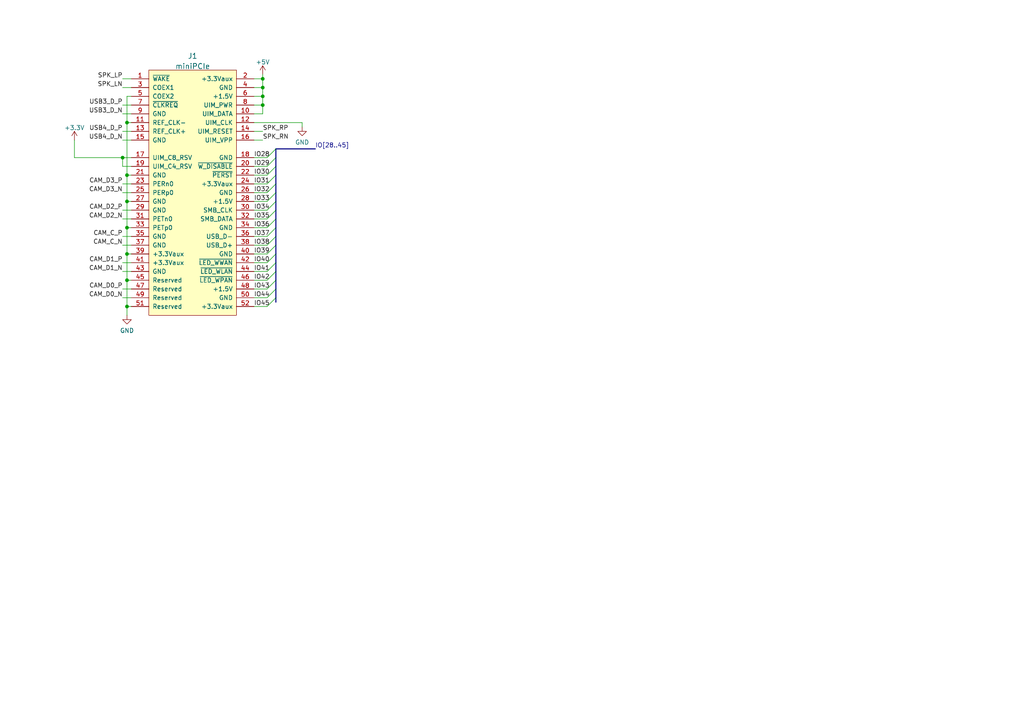
<source format=kicad_sch>
(kicad_sch (version 20211123) (generator eeschema)
  (paper "A4")
  (lib_symbols
    (symbol "mpcie:miniPCIe" (pin_names (offset 1.016))
      (property "Reference" "J" (at 0 -38.1 0))
      (property "Value" "miniPCIe" (at 0 35.56 0))
      (symbol "miniPCIe_0_1"
        (rectangle (start -12.7 -36.83) (end 12.7 34.29) (fill (type background)))
      )
      (symbol "miniPCIe_1_1"
        (pin output line (at -17.78 31.75 0) (length 5.08) (name "~{WAKE}") (number "1"))
        (pin bidirectional line (at 17.78 21.59 180) (length 5.08) (name "UIM_DATA") (number "10"))
        (pin input line (at -17.78 19.05 0) (length 5.08) (name "REF_CLK-") (number "11"))
        (pin output line (at 17.78 19.05 180) (length 5.08) (name "UIM_CLK") (number "12"))
        (pin input line (at -17.78 16.51 0) (length 5.08) (name "REF_CLK+") (number "13"))
        (pin output line (at 17.78 16.51 180) (length 5.08) (name "UIM_RESET") (number "14"))
        (pin power_in line (at -17.78 13.97 0) (length 5.08) (name "GND") (number "15"))
        (pin power_out line (at 17.78 13.97 180) (length 5.08) (name "UIM_VPP") (number "16"))
        (pin input line (at -17.78 8.89 0) (length 5.08) (name "UIM_C8_RSV") (number "17"))
        (pin power_in line (at 17.78 8.89 180) (length 5.08) (name "GND") (number "18"))
        (pin input line (at -17.78 6.35 0) (length 5.08) (name "UIM_C4_RSV") (number "19"))
        (pin power_in line (at 17.78 31.75 180) (length 5.08) (name "+3.3Vaux") (number "2"))
        (pin input line (at 17.78 6.35 180) (length 5.08) (name "~{W_DISABLE}") (number "20"))
        (pin power_in line (at -17.78 3.81 0) (length 5.08) (name "GND") (number "21"))
        (pin input line (at 17.78 3.81 180) (length 5.08) (name "~{PERST}") (number "22"))
        (pin bidirectional line (at -17.78 1.27 0) (length 5.08) (name "PERn0") (number "23"))
        (pin power_in line (at 17.78 1.27 180) (length 5.08) (name "+3.3Vaux") (number "24"))
        (pin bidirectional line (at -17.78 -1.27 0) (length 5.08) (name "PERp0") (number "25"))
        (pin power_in line (at 17.78 -1.27 180) (length 5.08) (name "GND") (number "26"))
        (pin power_in line (at -17.78 -3.81 0) (length 5.08) (name "GND") (number "27"))
        (pin power_in line (at 17.78 -3.81 180) (length 5.08) (name "+1.5V") (number "28"))
        (pin power_in line (at -17.78 -6.35 0) (length 5.08) (name "GND") (number "29"))
        (pin unspecified line (at -17.78 29.21 0) (length 5.08) (name "COEX1") (number "3"))
        (pin input line (at 17.78 -6.35 180) (length 5.08) (name "SMB_CLK") (number "30"))
        (pin bidirectional line (at -17.78 -8.89 0) (length 5.08) (name "PETn0") (number "31"))
        (pin bidirectional line (at 17.78 -8.89 180) (length 5.08) (name "SMB_DATA") (number "32"))
        (pin bidirectional line (at -17.78 -11.43 0) (length 5.08) (name "PETp0") (number "33"))
        (pin power_in line (at 17.78 -11.43 180) (length 5.08) (name "GND") (number "34"))
        (pin power_in line (at -17.78 -13.97 0) (length 5.08) (name "GND") (number "35"))
        (pin bidirectional line (at 17.78 -13.97 180) (length 5.08) (name "USB_D-") (number "36"))
        (pin power_in line (at -17.78 -16.51 0) (length 5.08) (name "GND") (number "37"))
        (pin bidirectional line (at 17.78 -16.51 180) (length 5.08) (name "USB_D+") (number "38"))
        (pin power_in line (at -17.78 -19.05 0) (length 5.08) (name "+3.3Vaux") (number "39"))
        (pin power_in line (at 17.78 29.21 180) (length 5.08) (name "GND") (number "4"))
        (pin power_in line (at 17.78 -19.05 180) (length 5.08) (name "GND") (number "40"))
        (pin power_in line (at -17.78 -21.59 0) (length 5.08) (name "+3.3Vaux") (number "41"))
        (pin output line (at 17.78 -21.59 180) (length 5.08) (name "~{LED_WWAN}") (number "42"))
        (pin power_in line (at -17.78 -24.13 0) (length 5.08) (name "GND") (number "43"))
        (pin output line (at 17.78 -24.13 180) (length 5.08) (name "~{LED_WLAN}") (number "44"))
        (pin input line (at -17.78 -26.67 0) (length 5.08) (name "Reserved") (number "45"))
        (pin output line (at 17.78 -26.67 180) (length 5.08) (name "~{LED_WPAN}") (number "46"))
        (pin input line (at -17.78 -29.21 0) (length 5.08) (name "Reserved") (number "47"))
        (pin power_in line (at 17.78 -29.21 180) (length 5.08) (name "+1.5V") (number "48"))
        (pin input line (at -17.78 -31.75 0) (length 5.08) (name "Reserved") (number "49"))
        (pin unspecified line (at -17.78 26.67 0) (length 5.08) (name "COEX2") (number "5"))
        (pin power_in line (at 17.78 -31.75 180) (length 5.08) (name "GND") (number "50"))
        (pin input line (at -17.78 -34.29 0) (length 5.08) (name "Reserved") (number "51"))
        (pin power_in line (at 17.78 -34.29 180) (length 5.08) (name "+3.3Vaux") (number "52"))
        (pin power_in line (at 17.78 26.67 180) (length 5.08) (name "+1.5V") (number "6"))
        (pin output line (at -17.78 24.13 0) (length 5.08) (name "~{CLKREQ}") (number "7"))
        (pin power_out line (at 17.78 24.13 180) (length 5.08) (name "UIM_PWR") (number "8"))
        (pin power_in line (at -17.78 21.59 0) (length 5.08) (name "GND") (number "9"))
      )
    )
    (symbol "power:+3.3V" (power) (pin_names (offset 0))
      (property "Value" "+3.3V" (at 0 3.556 0))
      (symbol "+3.3V_0_1"
        (polyline (pts (xy -0.762 1.27) (xy 0 2.54)))
        (polyline (pts (xy 0 0) (xy 0 2.54)))
        (polyline (pts (xy 0 2.54) (xy 0.762 1.27)))
      )
      (symbol "+3.3V_1_1"
        (pin power_in line (at 0 0 90) (length 0) hide (name "+3.3V") (number "1"))
      )
    )
    (symbol "power:+5V" (power) (pin_names (offset 0))
      (property "Value" "+5V" (at 0 3.556 0))
      (symbol "+5V_0_1"
        (polyline (pts (xy -0.762 1.27) (xy 0 2.54)))
        (polyline (pts (xy 0 0) (xy 0 2.54)))
        (polyline (pts (xy 0 2.54) (xy 0.762 1.27)))
      )
      (symbol "+5V_1_1"
        (pin power_in line (at 0 0 90) (length 0) hide (name "+5V") (number "1"))
      )
    )
    (symbol "power:GND" (power) (pin_names (offset 0))
      (property "Value" "GND" (at 0 -3.81 0))
      (symbol "GND_0_1"
        (polyline (pts (xy 0 0) (xy 0 -1.27) (xy 1.27 -1.27) (xy 0 -2.54) (xy -1.27 -1.27) (xy 0 -1.27)))
      )
      (symbol "GND_1_1"
        (pin power_in line (at 0 0 270) (length 0) hide (name "GND") (number "1"))
      )
    )
  )
  (junction (at 36.83 73.66))
  (junction (at 35.56 45.72))
  (junction (at 36.83 58.42))
  (junction (at 36.83 35.56))
  (junction (at 76.2 30.48))
  (junction (at 76.2 25.4))
  (junction (at 76.2 27.94))
  (junction (at 36.83 50.8))
  (junction (at 36.83 66.04))
  (junction (at 36.83 81.28))
  (junction (at 76.2 22.86))
  (junction (at 36.83 88.9))
  (bus_entry (at 80.01 58.42) (size -2.54 2.54))
  (bus_entry (at 80.01 76.2) (size -2.54 2.54))
  (bus_entry (at 80.01 83.82) (size -2.54 2.54))
  (bus_entry (at 80.01 53.34) (size -2.54 2.54))
  (bus_entry (at 80.01 68.58) (size -2.54 2.54))
  (bus_entry (at 80.01 81.28) (size -2.54 2.54))
  (bus_entry (at 80.01 71.12) (size -2.54 2.54))
  (bus_entry (at 80.01 45.72) (size -2.54 2.54))
  (bus_entry (at 80.01 48.26) (size -2.54 2.54))
  (bus_entry (at 80.01 55.88) (size -2.54 2.54))
  (bus_entry (at 80.01 66.04) (size -2.54 2.54))
  (bus_entry (at 80.01 78.74) (size -2.54 2.54))
  (bus_entry (at 80.01 60.96) (size -2.54 2.54))
  (bus_entry (at 80.01 50.8) (size -2.54 2.54))
  (bus_entry (at 80.01 73.66) (size -2.54 2.54))
  (bus_entry (at 80.01 63.5) (size -2.54 2.54))
  (bus_entry (at 80.01 43.18) (size -2.54 2.54))
  (bus_entry (at 80.01 86.36) (size -2.54 2.54))
  (wire (pts (xy 36.83 27.94) (xy 36.83 35.56)))
  (wire (pts (xy 36.83 58.42) (xy 38.1 58.42)))
  (wire (pts (xy 36.83 58.42) (xy 36.83 66.04)))
  (wire (pts (xy 35.56 40.64) (xy 38.1 40.64)))
  (wire (pts (xy 73.66 38.1) (xy 76.2 38.1)))
  (wire (pts (xy 73.66 66.04) (xy 77.47 66.04)))
  (wire (pts (xy 76.2 30.48) (xy 76.2 27.94)))
  (wire (pts (xy 73.66 76.2) (xy 77.47 76.2)))
  (bus (pts (xy 80.01 63.5) (xy 80.01 66.04)))
  (wire (pts (xy 36.83 88.9) (xy 36.83 91.44)))
  (wire (pts (xy 35.56 55.88) (xy 38.1 55.88)))
  (wire (pts (xy 73.66 45.72) (xy 77.47 45.72)))
  (bus (pts (xy 80.01 55.88) (xy 80.01 58.42)))
  (wire (pts (xy 73.66 60.96) (xy 77.47 60.96)))
  (wire (pts (xy 35.56 71.12) (xy 38.1 71.12)))
  (wire (pts (xy 73.66 86.36) (xy 77.47 86.36)))
  (wire (pts (xy 73.66 78.74) (xy 77.47 78.74)))
  (bus (pts (xy 80.01 48.26) (xy 80.01 50.8)))
  (wire (pts (xy 73.66 22.86) (xy 76.2 22.86)))
  (wire (pts (xy 35.56 63.5) (xy 38.1 63.5)))
  (wire (pts (xy 73.66 81.28) (xy 77.47 81.28)))
  (wire (pts (xy 35.56 30.48) (xy 38.1 30.48)))
  (wire (pts (xy 73.66 33.02) (xy 76.2 33.02)))
  (wire (pts (xy 73.66 40.64) (xy 76.2 40.64)))
  (wire (pts (xy 76.2 25.4) (xy 76.2 22.86)))
  (bus (pts (xy 80.01 73.66) (xy 80.01 76.2)))
  (wire (pts (xy 35.56 76.2) (xy 38.1 76.2)))
  (wire (pts (xy 73.66 35.56) (xy 87.63 35.56)))
  (bus (pts (xy 80.01 76.2) (xy 80.01 78.74)))
  (wire (pts (xy 73.66 63.5) (xy 77.47 63.5)))
  (wire (pts (xy 36.83 81.28) (xy 36.83 88.9)))
  (wire (pts (xy 36.83 50.8) (xy 36.83 58.42)))
  (wire (pts (xy 35.56 45.72) (xy 38.1 45.72)))
  (bus (pts (xy 80.01 78.74) (xy 80.01 81.28)))
  (bus (pts (xy 91.44 43.18) (xy 80.01 43.18)))
  (wire (pts (xy 73.66 30.48) (xy 76.2 30.48)))
  (bus (pts (xy 80.01 58.42) (xy 80.01 60.96)))
  (wire (pts (xy 73.66 48.26) (xy 77.47 48.26)))
  (wire (pts (xy 36.83 35.56) (xy 36.83 50.8)))
  (wire (pts (xy 87.63 35.56) (xy 87.63 36.83)))
  (wire (pts (xy 76.2 33.02) (xy 76.2 30.48)))
  (wire (pts (xy 36.83 73.66) (xy 38.1 73.66)))
  (bus (pts (xy 80.01 71.12) (xy 80.01 73.66)))
  (wire (pts (xy 73.66 25.4) (xy 76.2 25.4)))
  (wire (pts (xy 38.1 27.94) (xy 36.83 27.94)))
  (wire (pts (xy 21.59 40.64) (xy 21.59 45.72)))
  (wire (pts (xy 35.56 22.86) (xy 38.1 22.86)))
  (bus (pts (xy 80.01 53.34) (xy 80.01 55.88)))
  (wire (pts (xy 36.83 66.04) (xy 36.83 73.66)))
  (wire (pts (xy 35.56 38.1) (xy 38.1 38.1)))
  (wire (pts (xy 73.66 50.8) (xy 77.47 50.8)))
  (wire (pts (xy 76.2 22.86) (xy 76.2 21.59)))
  (bus (pts (xy 80.01 86.36) (xy 80.01 87.63)))
  (wire (pts (xy 35.56 68.58) (xy 38.1 68.58)))
  (wire (pts (xy 35.56 83.82) (xy 38.1 83.82)))
  (wire (pts (xy 21.59 45.72) (xy 35.56 45.72)))
  (bus (pts (xy 80.01 50.8) (xy 80.01 53.34)))
  (bus (pts (xy 80.01 81.28) (xy 80.01 83.82)))
  (wire (pts (xy 36.83 50.8) (xy 38.1 50.8)))
  (wire (pts (xy 35.56 78.74) (xy 38.1 78.74)))
  (wire (pts (xy 73.66 58.42) (xy 77.47 58.42)))
  (wire (pts (xy 73.66 71.12) (xy 77.47 71.12)))
  (wire (pts (xy 35.56 60.96) (xy 38.1 60.96)))
  (wire (pts (xy 36.83 73.66) (xy 36.83 81.28)))
  (bus (pts (xy 80.01 43.18) (xy 80.01 45.72)))
  (bus (pts (xy 80.01 66.04) (xy 80.01 68.58)))
  (wire (pts (xy 73.66 68.58) (xy 77.47 68.58)))
  (wire (pts (xy 35.56 45.72) (xy 35.56 48.26)))
  (wire (pts (xy 73.66 83.82) (xy 77.47 83.82)))
  (wire (pts (xy 73.66 88.9) (xy 77.47 88.9)))
  (wire (pts (xy 35.56 53.34) (xy 38.1 53.34)))
  (wire (pts (xy 35.56 86.36) (xy 38.1 86.36)))
  (bus (pts (xy 80.01 68.58) (xy 80.01 71.12)))
  (wire (pts (xy 35.56 33.02) (xy 38.1 33.02)))
  (wire (pts (xy 76.2 27.94) (xy 76.2 25.4)))
  (bus (pts (xy 80.01 45.72) (xy 80.01 48.26)))
  (wire (pts (xy 73.66 27.94) (xy 76.2 27.94)))
  (wire (pts (xy 35.56 48.26) (xy 38.1 48.26)))
  (wire (pts (xy 36.83 81.28) (xy 38.1 81.28)))
  (wire (pts (xy 36.83 66.04) (xy 38.1 66.04)))
  (wire (pts (xy 36.83 88.9) (xy 38.1 88.9)))
  (wire (pts (xy 73.66 53.34) (xy 77.47 53.34)))
  (wire (pts (xy 38.1 35.56) (xy 36.83 35.56)))
  (wire (pts (xy 35.56 25.4) (xy 38.1 25.4)))
  (bus (pts (xy 80.01 60.96) (xy 80.01 63.5)))
  (wire (pts (xy 73.66 73.66) (xy 77.47 73.66)))
  (wire (pts (xy 73.66 55.88) (xy 77.47 55.88)))
  (bus (pts (xy 80.01 83.82) (xy 80.01 86.36)))
  (label "IO35" (at 73.66 63.5 0))
  (label "IO39" (at 73.66 73.66 0))
  (label "CAM_D0_P" (at 35.56 83.82 180))
  (label "USB3_D_N" (at 35.56 33.02 180))
  (label "IO38" (at 73.66 71.12 0))
  (label "IO42" (at 73.66 81.28 0))
  (label "SPK_RP" (at 76.2 38.1 0))
  (label "IO44" (at 73.66 86.36 0))
  (label "CAM_D0_N" (at 35.56 86.36 180))
  (label "IO30" (at 73.66 50.8 0))
  (label "IO45" (at 73.66 88.9 0))
  (label "CAM_D2_N" (at 35.56 63.5 180))
  (label "IO43" (at 73.66 83.82 0))
  (label "IO28" (at 73.66 45.72 0))
  (label "CAM_D3_P" (at 35.56 53.34 180))
  (label "IO40" (at 73.66 76.2 0))
  (label "IO41" (at 73.66 78.74 0))
  (label "SPK_RN" (at 76.2 40.64 0))
  (label "IO31" (at 73.66 53.34 0))
  (label "USB4_D_P" (at 35.56 38.1 180))
  (label "CAM_C_P" (at 35.56 68.58 180))
  (label "USB3_D_P" (at 35.56 30.48 180))
  (label "IO37" (at 73.66 68.58 0))
  (label "CAM_D3_N" (at 35.56 55.88 180))
  (label "CAM_D2_P" (at 35.56 60.96 180))
  (label "IO33" (at 73.66 58.42 0))
  (label "IO29" (at 73.66 48.26 0))
  (label "SPK_LP" (at 35.56 22.86 180))
  (label "CAM_D1_N" (at 35.56 78.74 180))
  (label "CAM_C_N" (at 35.56 71.12 180))
  (label "SPK_LN" (at 35.56 25.4 180))
  (label "IO34" (at 73.66 60.96 0))
  (label "CAM_D1_P" (at 35.56 76.2 180))
  (label "IO[28..45]" (at 91.44 43.18 0))
  (label "USB4_D_N" (at 35.56 40.64 180))
  (label "IO32" (at 73.66 55.88 0))
  (label "IO36" (at 73.66 66.04 0))
  (symbol (lib_id "power:+3.3V") (at 21.59 40.64 0) (unit 1)
    (property "Reference" "#PWR?" (effects hide))
    (property "Value" "+3.3V" (at 21.59 37.0642 0))
  )
  (symbol (lib_id "power:GND") (at 87.63 36.83 0) (unit 1)
    (property "Reference" "#PWR?" (effects hide))
    (property "Value" "GND" (at 87.63 41.2734 0))
  )
  (symbol (lib_id "power:+5V") (at 76.2 21.59 0) (unit 1)
    (property "Reference" "#PWR0101" (effects hide))
    (property "Value" "+5V" (at 76.2 18.0142 0))
  )
  (symbol (lib_id "mpcie:miniPCIe") (at 55.88 54.61 0) (unit 1)
    (property "Reference" "J1" (at 55.88 16.2359 0) (effects (font (size 1.524 1.524))))
    (property "Value" "miniPCIe" (at 55.88 19.2293 0) (effects (font (size 1.524 1.524))))
    (property "Footprint" "mpcie:mini-PCIe" (effects hide))
    (property "Datasheet" "https://pcisig.com/specifications/pciexpress/base" (effects hide))
  )
  (symbol (lib_id "power:GND") (at 36.83 91.44 0) (unit 1)
    (property "Reference" "#PWR?" (effects hide))
    (property "Value" "GND" (at 36.83 95.8834 0))
  )
)
</source>
